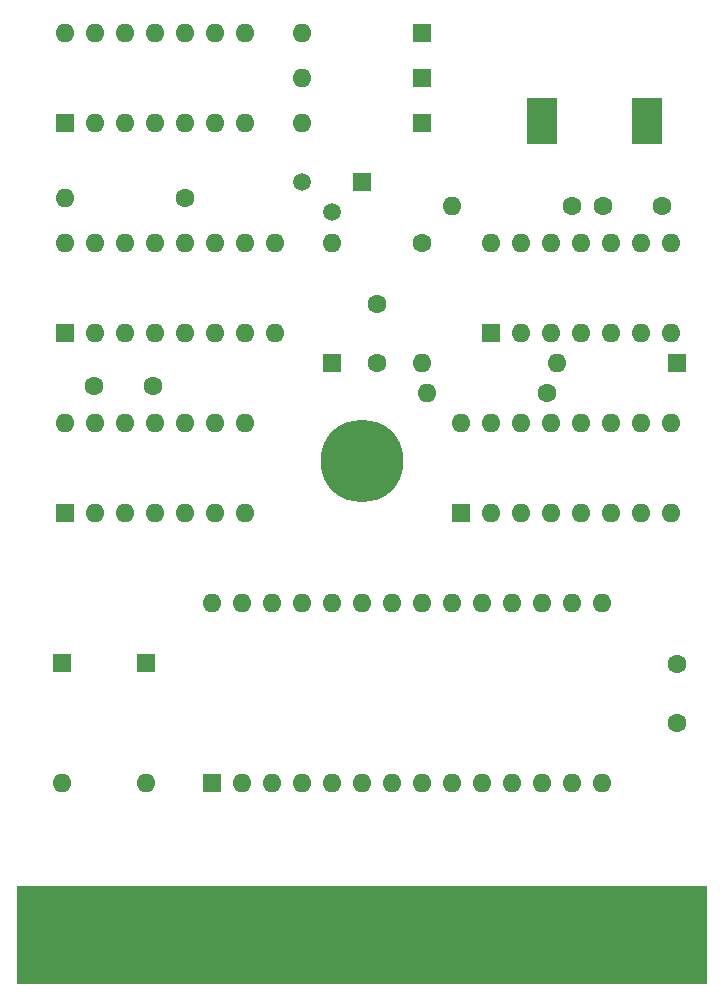
<source format=gbr>
%TF.GenerationSoftware,KiCad,Pcbnew,7.0.9+dfsg-1*%
%TF.CreationDate,2024-02-03T10:56:29+01:00*%
%TF.ProjectId,C64NIKI2,4336344e-494b-4493-922e-6b696361645f,rev?*%
%TF.SameCoordinates,Original*%
%TF.FileFunction,Soldermask,Top*%
%TF.FilePolarity,Negative*%
%FSLAX46Y46*%
G04 Gerber Fmt 4.6, Leading zero omitted, Abs format (unit mm)*
G04 Created by KiCad (PCBNEW 7.0.9+dfsg-1) date 2024-02-03 10:56:29*
%MOMM*%
%LPD*%
G01*
G04 APERTURE LIST*
%ADD10R,1.600000X1.600000*%
%ADD11O,1.600000X1.600000*%
%ADD12C,1.600000*%
%ADD13R,2.540000X3.871726*%
%ADD14R,1.500000X1.500000*%
%ADD15C,1.500000*%
%ADD16C,7.000000*%
%ADD17R,58.420000X8.300000*%
%ADD18R,1.524000X8.000000*%
G04 APERTURE END LIST*
D10*
%TO.C,U4*%
X131572000Y-121920000D03*
D11*
X134112000Y-121920000D03*
X136652000Y-121920000D03*
X139192000Y-121920000D03*
X141732000Y-121920000D03*
X144272000Y-121920000D03*
X146812000Y-121920000D03*
X146812000Y-114300000D03*
X144272000Y-114300000D03*
X141732000Y-114300000D03*
X139192000Y-114300000D03*
X136652000Y-114300000D03*
X134112000Y-114300000D03*
X131572000Y-114300000D03*
%TD*%
D12*
%TO.C,C3*%
X141010000Y-111125000D03*
X146010000Y-111125000D03*
%TD*%
D10*
%TO.C,U1*%
X95504000Y-104140000D03*
D11*
X98044000Y-104140000D03*
X100584000Y-104140000D03*
X103124000Y-104140000D03*
X105664000Y-104140000D03*
X108204000Y-104140000D03*
X110744000Y-104140000D03*
X110744000Y-96520000D03*
X108204000Y-96520000D03*
X105664000Y-96520000D03*
X103124000Y-96520000D03*
X100584000Y-96520000D03*
X98044000Y-96520000D03*
X95504000Y-96520000D03*
%TD*%
D12*
%TO.C,R3*%
X138430000Y-111125000D03*
D11*
X128270000Y-111125000D03*
%TD*%
D13*
%TO.C,SW1*%
X135890000Y-103916863D03*
%TD*%
D14*
%TO.C,Q1*%
X120650000Y-109085000D03*
D15*
X118110000Y-111625000D03*
X115570000Y-109085000D03*
%TD*%
D12*
%TO.C,R1*%
X105664000Y-110490000D03*
D11*
X95504000Y-110490000D03*
%TD*%
D12*
%TO.C,C4*%
X121920000Y-124460000D03*
X121920000Y-119460000D03*
%TD*%
D10*
%TO.C,D4*%
X125730000Y-100330000D03*
D11*
X115570000Y-100330000D03*
%TD*%
D10*
%TO.C,U2*%
X95504000Y-121920000D03*
D11*
X98044000Y-121920000D03*
X100584000Y-121920000D03*
X103124000Y-121920000D03*
X105664000Y-121920000D03*
X108204000Y-121920000D03*
X110744000Y-121920000D03*
X113284000Y-121920000D03*
X113284000Y-114300000D03*
X110744000Y-114300000D03*
X108204000Y-114300000D03*
X105664000Y-114300000D03*
X103124000Y-114300000D03*
X100584000Y-114300000D03*
X98044000Y-114300000D03*
X95504000Y-114300000D03*
%TD*%
D12*
%TO.C,C2*%
X97957000Y-126365000D03*
X102957000Y-126365000D03*
%TD*%
%TO.C,C1*%
X147320000Y-149900000D03*
X147320000Y-154900000D03*
%TD*%
D10*
%TO.C,U3*%
X95504000Y-137160000D03*
D11*
X98044000Y-137160000D03*
X100584000Y-137160000D03*
X103124000Y-137160000D03*
X105664000Y-137160000D03*
X108204000Y-137160000D03*
X110744000Y-137160000D03*
X110744000Y-129540000D03*
X108204000Y-129540000D03*
X105664000Y-129540000D03*
X103124000Y-129540000D03*
X100584000Y-129540000D03*
X98044000Y-129540000D03*
X95504000Y-129540000D03*
%TD*%
D12*
%TO.C,R2*%
X136271000Y-127000000D03*
D11*
X126111000Y-127000000D03*
%TD*%
D10*
%TO.C,D2*%
X102362000Y-149860000D03*
D11*
X102362000Y-160020000D03*
%TD*%
D12*
%TO.C,R4*%
X125730000Y-114300000D03*
D11*
X125730000Y-124460000D03*
%TD*%
D10*
%TO.C,D1*%
X95250000Y-149860000D03*
D11*
X95250000Y-160020000D03*
%TD*%
D10*
%TO.C,D6*%
X118110000Y-124460000D03*
D11*
X118110000Y-114300000D03*
%TD*%
D10*
%TO.C,D7*%
X147320000Y-124460000D03*
D11*
X137160000Y-124460000D03*
%TD*%
D10*
%TO.C,D3*%
X125730000Y-96520000D03*
D11*
X115570000Y-96520000D03*
%TD*%
D10*
%TO.C,U6*%
X107950000Y-160020000D03*
D11*
X110490000Y-160020000D03*
X113030000Y-160020000D03*
X115570000Y-160020000D03*
X118110000Y-160020000D03*
X120650000Y-160020000D03*
X123190000Y-160020000D03*
X125730000Y-160020000D03*
X128270000Y-160020000D03*
X130810000Y-160020000D03*
X133350000Y-160020000D03*
X135890000Y-160020000D03*
X138430000Y-160020000D03*
X140970000Y-160020000D03*
X140970000Y-144780000D03*
X138430000Y-144780000D03*
X135890000Y-144780000D03*
X133350000Y-144780000D03*
X130810000Y-144780000D03*
X128270000Y-144780000D03*
X125730000Y-144780000D03*
X123190000Y-144780000D03*
X120650000Y-144780000D03*
X118110000Y-144780000D03*
X115570000Y-144780000D03*
X113030000Y-144780000D03*
X110490000Y-144780000D03*
X107950000Y-144780000D03*
%TD*%
D16*
%TO.C,J1*%
X120650000Y-132716274D03*
D17*
X120650000Y-172848274D03*
D18*
X93980000Y-172720000D03*
X96520000Y-172720000D03*
X99060000Y-172720000D03*
X101600000Y-172720000D03*
X104140000Y-172720000D03*
X106680000Y-172720000D03*
X109220000Y-172720000D03*
X111760000Y-172720000D03*
X114300000Y-172720000D03*
X116840000Y-172720000D03*
X119380000Y-172720000D03*
X121920000Y-172720000D03*
X124460000Y-172720000D03*
X127000000Y-172720000D03*
X129540000Y-172720000D03*
X132080000Y-172720000D03*
X134620000Y-172720000D03*
X137160000Y-172720000D03*
X139700000Y-172720000D03*
X142240000Y-172720000D03*
X144780000Y-172720000D03*
X147320000Y-172720000D03*
%TD*%
D10*
%TO.C,U5*%
X129032000Y-137160000D03*
D11*
X131572000Y-137160000D03*
X134112000Y-137160000D03*
X136652000Y-137160000D03*
X139192000Y-137160000D03*
X141732000Y-137160000D03*
X144272000Y-137160000D03*
X146812000Y-137160000D03*
X146812000Y-129540000D03*
X144272000Y-129540000D03*
X141732000Y-129540000D03*
X139192000Y-129540000D03*
X136652000Y-129540000D03*
X134112000Y-129540000D03*
X131572000Y-129540000D03*
X129032000Y-129540000D03*
%TD*%
D10*
%TO.C,D5*%
X125730000Y-104140000D03*
D11*
X115570000Y-104140000D03*
%TD*%
D13*
%TO.C,SW2*%
X144780000Y-103916863D03*
%TD*%
M02*

</source>
